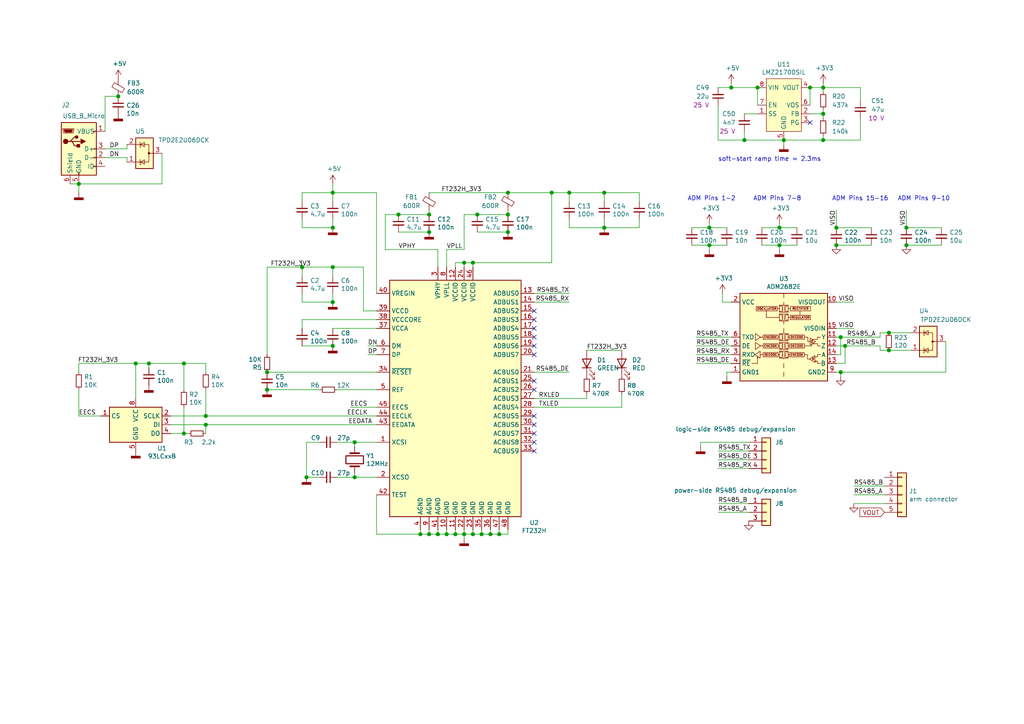
<source format=kicad_sch>
(kicad_sch (version 20200820) (host eeschema "5.99.0-unknown-dd374e12a~102~ubuntu20.04.1")
  (page 3 3)
  (paper "A4")
  (junction (at 22.86 53.34) (diameter 1.016))
  (junction (at 34.29 27.94) (diameter 1.016))
  (junction (at 39.37 105.41) (diameter 1.016))
  (junction (at 43.18 105.41) (diameter 1.016))
  (junction (at 53.34 105.41) (diameter 1.016))
  (junction (at 53.34 125.73) (diameter 1.016))
  (junction (at 59.69 120.65) (diameter 1.016))
  (junction (at 59.69 123.19) (diameter 1.016))
  (junction (at 77.47 107.95) (diameter 1.016))
  (junction (at 77.47 113.03) (diameter 1.016))
  (junction (at 87.63 77.47) (diameter 1.016))
  (junction (at 88.9 138.43) (diameter 1.016))
  (junction (at 96.52 55.88) (diameter 1.016))
  (junction (at 96.52 66.04) (diameter 1.016))
  (junction (at 96.52 77.47) (diameter 1.016))
  (junction (at 96.52 87.63) (diameter 1.016))
  (junction (at 96.52 100.33) (diameter 1.016))
  (junction (at 102.87 128.27) (diameter 1.016))
  (junction (at 102.87 138.43) (diameter 1.016))
  (junction (at 115.57 62.23) (diameter 1.016))
  (junction (at 121.92 154.94) (diameter 1.016))
  (junction (at 124.46 62.23) (diameter 1.016))
  (junction (at 124.46 67.31) (diameter 1.016))
  (junction (at 124.46 154.94) (diameter 1.016))
  (junction (at 127 154.94) (diameter 1.016))
  (junction (at 129.54 154.94) (diameter 1.016))
  (junction (at 132.08 154.94) (diameter 1.016))
  (junction (at 134.62 76.2) (diameter 1.016))
  (junction (at 134.62 154.94) (diameter 1.016))
  (junction (at 137.16 76.2) (diameter 1.016))
  (junction (at 137.16 154.94) (diameter 1.016))
  (junction (at 138.43 62.23) (diameter 1.016))
  (junction (at 139.7 154.94) (diameter 1.016))
  (junction (at 142.24 154.94) (diameter 1.016))
  (junction (at 144.78 154.94) (diameter 1.016))
  (junction (at 147.32 55.88) (diameter 1.016))
  (junction (at 147.32 62.23) (diameter 1.016))
  (junction (at 147.32 67.31) (diameter 1.016))
  (junction (at 160.02 55.88) (diameter 1.016))
  (junction (at 165.1 55.88) (diameter 1.016))
  (junction (at 175.26 55.88) (diameter 1.016))
  (junction (at 175.26 66.04) (diameter 1.016))
  (junction (at 205.74 66.04) (diameter 1.016))
  (junction (at 205.74 71.12) (diameter 1.016))
  (junction (at 212.09 25.4) (diameter 1.016))
  (junction (at 215.9 40.64) (diameter 1.016))
  (junction (at 219.71 25.4) (diameter 1.016))
  (junction (at 226.06 66.04) (diameter 1.016))
  (junction (at 226.06 71.12) (diameter 1.016))
  (junction (at 227.33 40.64) (diameter 1.016))
  (junction (at 234.95 25.4) (diameter 1.016))
  (junction (at 238.76 25.4) (diameter 1.016))
  (junction (at 238.76 33.02) (diameter 1.016))
  (junction (at 238.76 40.64) (diameter 1.016))
  (junction (at 242.57 66.04) (diameter 1.016))
  (junction (at 242.57 71.12) (diameter 1.016))
  (junction (at 243.84 97.79) (diameter 1.016))
  (junction (at 243.84 107.95) (diameter 1.016))
  (junction (at 245.11 100.33) (diameter 1.016))
  (junction (at 257.81 96.52) (diameter 1.016))
  (junction (at 257.81 101.6) (diameter 1.016))
  (junction (at 262.89 66.04) (diameter 1.016))
  (junction (at 262.89 71.12) (diameter 1.016))
  (no_connect (at 154.94 130.81))
  (no_connect (at 154.94 97.79))
  (no_connect (at 154.94 102.87))
  (no_connect (at 154.94 90.17))
  (no_connect (at 154.94 95.25))
  (no_connect (at 154.94 125.73))
  (no_connect (at 154.94 120.65))
  (no_connect (at 154.94 92.71))
  (no_connect (at 154.94 128.27))
  (no_connect (at 154.94 113.03))
  (no_connect (at 154.94 110.49))
  (no_connect (at 154.94 100.33))
  (no_connect (at 154.94 123.19))
  (no_connect (at 234.95 35.56))
  (wire (pts (xy 22.86 53.34) (xy 20.32 53.34)))
  (wire (pts (xy 22.86 53.34) (xy 22.86 55.88)))
  (wire (pts (xy 22.86 53.34) (xy 46.99 53.34)))
  (wire (pts (xy 22.86 105.41) (xy 22.86 107.95)))
  (wire (pts (xy 22.86 105.41) (xy 39.37 105.41)))
  (wire (pts (xy 22.86 113.03) (xy 22.86 120.65)))
  (wire (pts (xy 22.86 120.65) (xy 29.21 120.65)))
  (wire (pts (xy 30.48 38.1) (xy 30.48 27.94)))
  (wire (pts (xy 30.48 43.18) (xy 36.83 43.18)))
  (wire (pts (xy 34.29 27.94) (xy 30.48 27.94)))
  (wire (pts (xy 36.83 43.18) (xy 36.83 41.91)))
  (wire (pts (xy 36.83 45.72) (xy 30.48 45.72)))
  (wire (pts (xy 36.83 46.99) (xy 36.83 45.72)))
  (wire (pts (xy 39.37 105.41) (xy 43.18 105.41)))
  (wire (pts (xy 39.37 115.57) (xy 39.37 105.41)))
  (wire (pts (xy 43.18 105.41) (xy 53.34 105.41)))
  (wire (pts (xy 43.18 106.68) (xy 43.18 105.41)))
  (wire (pts (xy 46.99 44.45) (xy 46.99 53.34)))
  (wire (pts (xy 49.53 120.65) (xy 59.69 120.65)))
  (wire (pts (xy 49.53 125.73) (xy 53.34 125.73)))
  (wire (pts (xy 53.34 105.41) (xy 59.69 105.41)))
  (wire (pts (xy 53.34 113.03) (xy 53.34 105.41)))
  (wire (pts (xy 53.34 118.11) (xy 53.34 125.73)))
  (wire (pts (xy 54.61 125.73) (xy 53.34 125.73)))
  (wire (pts (xy 59.69 107.95) (xy 59.69 105.41)))
  (wire (pts (xy 59.69 113.03) (xy 59.69 120.65)))
  (wire (pts (xy 59.69 120.65) (xy 109.22 120.65)))
  (wire (pts (xy 59.69 123.19) (xy 49.53 123.19)))
  (wire (pts (xy 59.69 125.73) (xy 59.69 123.19)))
  (wire (pts (xy 77.47 77.47) (xy 77.47 102.87)))
  (wire (pts (xy 77.47 107.95) (xy 109.22 107.95)))
  (wire (pts (xy 77.47 113.03) (xy 92.71 113.03)))
  (wire (pts (xy 87.63 58.42) (xy 87.63 55.88)))
  (wire (pts (xy 87.63 66.04) (xy 87.63 63.5)))
  (wire (pts (xy 87.63 66.04) (xy 96.52 66.04)))
  (wire (pts (xy 87.63 77.47) (xy 77.47 77.47)))
  (wire (pts (xy 87.63 80.01) (xy 87.63 77.47)))
  (wire (pts (xy 87.63 87.63) (xy 87.63 85.09)))
  (wire (pts (xy 87.63 87.63) (xy 96.52 87.63)))
  (wire (pts (xy 87.63 92.71) (xy 87.63 95.25)))
  (wire (pts (xy 87.63 100.33) (xy 96.52 100.33)))
  (wire (pts (xy 88.9 128.27) (xy 88.9 138.43)))
  (wire (pts (xy 88.9 128.27) (xy 92.71 128.27)))
  (wire (pts (xy 88.9 138.43) (xy 92.71 138.43)))
  (wire (pts (xy 96.52 53.34) (xy 96.52 55.88)))
  (wire (pts (xy 96.52 55.88) (xy 87.63 55.88)))
  (wire (pts (xy 96.52 58.42) (xy 96.52 55.88)))
  (wire (pts (xy 96.52 66.04) (xy 96.52 63.5)))
  (wire (pts (xy 96.52 77.47) (xy 87.63 77.47)))
  (wire (pts (xy 96.52 77.47) (xy 105.41 77.47)))
  (wire (pts (xy 96.52 80.01) (xy 96.52 77.47)))
  (wire (pts (xy 96.52 87.63) (xy 96.52 85.09)))
  (wire (pts (xy 97.79 128.27) (xy 102.87 128.27)))
  (wire (pts (xy 97.79 138.43) (xy 102.87 138.43)))
  (wire (pts (xy 101.6 118.11) (xy 109.22 118.11)))
  (wire (pts (xy 102.87 128.27) (xy 102.87 129.54)))
  (wire (pts (xy 102.87 137.16) (xy 102.87 138.43)))
  (wire (pts (xy 102.87 138.43) (xy 109.22 138.43)))
  (wire (pts (xy 105.41 77.47) (xy 105.41 90.17)))
  (wire (pts (xy 106.68 100.33) (xy 109.22 100.33)))
  (wire (pts (xy 106.68 102.87) (xy 109.22 102.87)))
  (wire (pts (xy 109.22 55.88) (xy 96.52 55.88)))
  (wire (pts (xy 109.22 55.88) (xy 109.22 85.09)))
  (wire (pts (xy 109.22 90.17) (xy 105.41 90.17)))
  (wire (pts (xy 109.22 92.71) (xy 87.63 92.71)))
  (wire (pts (xy 109.22 95.25) (xy 96.52 95.25)))
  (wire (pts (xy 109.22 113.03) (xy 97.79 113.03)))
  (wire (pts (xy 109.22 123.19) (xy 59.69 123.19)))
  (wire (pts (xy 109.22 128.27) (xy 102.87 128.27)))
  (wire (pts (xy 109.22 143.51) (xy 109.22 154.94)))
  (wire (pts (xy 109.22 154.94) (xy 121.92 154.94)))
  (wire (pts (xy 111.76 62.23) (xy 111.76 72.39)))
  (wire (pts (xy 111.76 72.39) (xy 127 72.39)))
  (wire (pts (xy 115.57 62.23) (xy 111.76 62.23)))
  (wire (pts (xy 115.57 62.23) (xy 124.46 62.23)))
  (wire (pts (xy 115.57 67.31) (xy 124.46 67.31)))
  (wire (pts (xy 121.92 153.67) (xy 121.92 154.94)))
  (wire (pts (xy 121.92 154.94) (xy 124.46 154.94)))
  (wire (pts (xy 124.46 55.88) (xy 147.32 55.88)))
  (wire (pts (xy 124.46 60.96) (xy 124.46 62.23)))
  (wire (pts (xy 124.46 153.67) (xy 124.46 154.94)))
  (wire (pts (xy 124.46 154.94) (xy 127 154.94)))
  (wire (pts (xy 127 72.39) (xy 127 77.47)))
  (wire (pts (xy 127 153.67) (xy 127 154.94)))
  (wire (pts (xy 127 154.94) (xy 129.54 154.94)))
  (wire (pts (xy 129.54 72.39) (xy 134.62 72.39)))
  (wire (pts (xy 129.54 77.47) (xy 129.54 72.39)))
  (wire (pts (xy 129.54 153.67) (xy 129.54 154.94)))
  (wire (pts (xy 129.54 154.94) (xy 132.08 154.94)))
  (wire (pts (xy 132.08 76.2) (xy 132.08 77.47)))
  (wire (pts (xy 132.08 153.67) (xy 132.08 154.94)))
  (wire (pts (xy 132.08 154.94) (xy 134.62 154.94)))
  (wire (pts (xy 134.62 62.23) (xy 138.43 62.23)))
  (wire (pts (xy 134.62 72.39) (xy 134.62 62.23)))
  (wire (pts (xy 134.62 76.2) (xy 132.08 76.2)))
  (wire (pts (xy 134.62 77.47) (xy 134.62 76.2)))
  (wire (pts (xy 134.62 153.67) (xy 134.62 154.94)))
  (wire (pts (xy 134.62 154.94) (xy 137.16 154.94)))
  (wire (pts (xy 134.62 156.21) (xy 134.62 154.94)))
  (wire (pts (xy 137.16 76.2) (xy 134.62 76.2)))
  (wire (pts (xy 137.16 76.2) (xy 160.02 76.2)))
  (wire (pts (xy 137.16 77.47) (xy 137.16 76.2)))
  (wire (pts (xy 137.16 153.67) (xy 137.16 154.94)))
  (wire (pts (xy 137.16 154.94) (xy 139.7 154.94)))
  (wire (pts (xy 138.43 62.23) (xy 147.32 62.23)))
  (wire (pts (xy 138.43 67.31) (xy 147.32 67.31)))
  (wire (pts (xy 139.7 153.67) (xy 139.7 154.94)))
  (wire (pts (xy 139.7 154.94) (xy 142.24 154.94)))
  (wire (pts (xy 142.24 153.67) (xy 142.24 154.94)))
  (wire (pts (xy 142.24 154.94) (xy 144.78 154.94)))
  (wire (pts (xy 144.78 153.67) (xy 144.78 154.94)))
  (wire (pts (xy 144.78 154.94) (xy 147.32 154.94)))
  (wire (pts (xy 147.32 55.88) (xy 160.02 55.88)))
  (wire (pts (xy 147.32 62.23) (xy 147.32 60.96)))
  (wire (pts (xy 147.32 154.94) (xy 147.32 153.67)))
  (wire (pts (xy 154.94 107.95) (xy 165.1 107.95)))
  (wire (pts (xy 154.94 115.57) (xy 170.18 115.57)))
  (wire (pts (xy 154.94 118.11) (xy 180.34 118.11)))
  (wire (pts (xy 160.02 55.88) (xy 165.1 55.88)))
  (wire (pts (xy 160.02 76.2) (xy 160.02 55.88)))
  (wire (pts (xy 165.1 55.88) (xy 175.26 55.88)))
  (wire (pts (xy 165.1 58.42) (xy 165.1 55.88)))
  (wire (pts (xy 165.1 63.5) (xy 165.1 66.04)))
  (wire (pts (xy 165.1 66.04) (xy 175.26 66.04)))
  (wire (pts (xy 165.1 85.09) (xy 154.94 85.09)))
  (wire (pts (xy 165.1 87.63) (xy 154.94 87.63)))
  (wire (pts (xy 170.18 101.6) (xy 180.34 101.6)))
  (wire (pts (xy 170.18 114.3) (xy 170.18 115.57)))
  (wire (pts (xy 175.26 55.88) (xy 175.26 58.42)))
  (wire (pts (xy 175.26 55.88) (xy 185.42 55.88)))
  (wire (pts (xy 175.26 63.5) (xy 175.26 66.04)))
  (wire (pts (xy 175.26 66.04) (xy 185.42 66.04)))
  (wire (pts (xy 180.34 114.3) (xy 180.34 118.11)))
  (wire (pts (xy 185.42 55.88) (xy 185.42 58.42)))
  (wire (pts (xy 185.42 63.5) (xy 185.42 66.04)))
  (wire (pts (xy 200.66 66.04) (xy 205.74 66.04)))
  (wire (pts (xy 201.93 97.79) (xy 212.09 97.79)))
  (wire (pts (xy 201.93 100.33) (xy 212.09 100.33)))
  (wire (pts (xy 201.93 102.87) (xy 212.09 102.87)))
  (wire (pts (xy 201.93 105.41) (xy 212.09 105.41)))
  (wire (pts (xy 203.2 128.27) (xy 203.2 129.54)))
  (wire (pts (xy 205.74 66.04) (xy 205.74 64.77)))
  (wire (pts (xy 205.74 66.04) (xy 210.82 66.04)))
  (wire (pts (xy 205.74 71.12) (xy 200.66 71.12)))
  (wire (pts (xy 205.74 71.12) (xy 210.82 71.12)))
  (wire (pts (xy 205.74 72.39) (xy 205.74 71.12)))
  (wire (pts (xy 208.28 30.48) (xy 208.28 40.64)))
  (wire (pts (xy 208.28 40.64) (xy 215.9 40.64)))
  (wire (pts (xy 208.28 133.35) (xy 217.17 133.35)))
  (wire (pts (xy 208.28 135.89) (xy 217.17 135.89)))
  (wire (pts (xy 208.28 146.05) (xy 217.17 146.05)))
  (wire (pts (xy 209.55 87.63) (xy 209.55 85.09)))
  (wire (pts (xy 210.82 107.95) (xy 210.82 109.22)))
  (wire (pts (xy 212.09 24.13) (xy 212.09 25.4)))
  (wire (pts (xy 212.09 25.4) (xy 208.28 25.4)))
  (wire (pts (xy 212.09 25.4) (xy 219.71 25.4)))
  (wire (pts (xy 212.09 87.63) (xy 209.55 87.63)))
  (wire (pts (xy 212.09 107.95) (xy 210.82 107.95)))
  (wire (pts (xy 215.9 40.64) (xy 215.9 38.1)))
  (wire (pts (xy 217.17 128.27) (xy 203.2 128.27)))
  (wire (pts (xy 217.17 130.81) (xy 208.28 130.81)))
  (wire (pts (xy 217.17 148.59) (xy 208.28 148.59)))
  (wire (pts (xy 219.71 30.48) (xy 219.71 25.4)))
  (wire (pts (xy 219.71 33.02) (xy 215.9 33.02)))
  (wire (pts (xy 220.98 66.04) (xy 226.06 66.04)))
  (wire (pts (xy 226.06 66.04) (xy 226.06 64.77)))
  (wire (pts (xy 226.06 66.04) (xy 231.14 66.04)))
  (wire (pts (xy 226.06 71.12) (xy 220.98 71.12)))
  (wire (pts (xy 226.06 71.12) (xy 231.14 71.12)))
  (wire (pts (xy 226.06 72.39) (xy 226.06 71.12)))
  (wire (pts (xy 227.33 40.64) (xy 215.9 40.64)))
  (wire (pts (xy 227.33 40.64) (xy 238.76 40.64)))
  (wire (pts (xy 227.33 41.91) (xy 227.33 40.64)))
  (wire (pts (xy 234.95 30.48) (xy 234.95 25.4)))
  (wire (pts (xy 234.95 33.02) (xy 238.76 33.02)))
  (wire (pts (xy 238.76 24.13) (xy 238.76 25.4)))
  (wire (pts (xy 238.76 25.4) (xy 234.95 25.4)))
  (wire (pts (xy 238.76 25.4) (xy 249.555 25.4)))
  (wire (pts (xy 238.76 26.67) (xy 238.76 25.4)))
  (wire (pts (xy 238.76 33.02) (xy 238.76 31.75)))
  (wire (pts (xy 238.76 34.29) (xy 238.76 33.02)))
  (wire (pts (xy 238.76 40.64) (xy 238.76 39.37)))
  (wire (pts (xy 238.76 40.64) (xy 249.555 40.64)))
  (wire (pts (xy 242.57 60.96) (xy 242.57 66.04)))
  (wire (pts (xy 242.57 66.04) (xy 252.73 66.04)))
  (wire (pts (xy 242.57 71.12) (xy 252.73 71.12)))
  (wire (pts (xy 242.57 97.79) (xy 243.84 97.79)))
  (wire (pts (xy 242.57 105.41) (xy 245.11 105.41)))
  (wire (pts (xy 242.57 107.95) (xy 243.84 107.95)))
  (wire (pts (xy 243.84 97.79) (xy 243.84 102.87)))
  (wire (pts (xy 243.84 102.87) (xy 242.57 102.87)))
  (wire (pts (xy 243.84 107.95) (xy 274.32 107.95)))
  (wire (pts (xy 243.84 109.22) (xy 243.84 107.95)))
  (wire (pts (xy 245.11 100.33) (xy 242.57 100.33)))
  (wire (pts (xy 245.11 105.41) (xy 245.11 100.33)))
  (wire (pts (xy 247.65 87.63) (xy 242.57 87.63)))
  (wire (pts (xy 247.65 95.25) (xy 242.57 95.25)))
  (wire (pts (xy 247.65 140.97) (xy 256.54 140.97)))
  (wire (pts (xy 249.555 29.21) (xy 249.555 25.4)))
  (wire (pts (xy 249.555 34.29) (xy 249.555 40.64)))
  (wire (pts (xy 255.27 97.79) (xy 243.84 97.79)))
  (wire (pts (xy 255.27 97.79) (xy 255.27 96.52)))
  (wire (pts (xy 255.27 100.33) (xy 245.11 100.33)))
  (wire (pts (xy 255.27 100.33) (xy 255.27 101.6)))
  (wire (pts (xy 255.27 101.6) (xy 257.81 101.6)))
  (wire (pts (xy 256.54 143.51) (xy 247.65 143.51)))
  (wire (pts (xy 256.54 146.05) (xy 247.65 146.05)))
  (wire (pts (xy 257.81 96.52) (xy 255.27 96.52)))
  (wire (pts (xy 257.81 101.6) (xy 264.16 101.6)))
  (wire (pts (xy 262.89 60.96) (xy 262.89 66.04)))
  (wire (pts (xy 262.89 66.04) (xy 273.05 66.04)))
  (wire (pts (xy 262.89 71.12) (xy 273.05 71.12)))
  (wire (pts (xy 264.16 96.52) (xy 257.81 96.52)))
  (wire (pts (xy 274.32 107.95) (xy 274.32 99.06)))
  (text "ADM Pins 1-2" (at 199.39 58.42 0) (effects (font (size 1.27 1.27)) (justify left bottom)))
  (text "soft-start ramp time = 2.3ms" (at 208.28 46.99 0) (effects (font (size 1.27 1.27)) (justify left bottom)))
  (text "ADM Pins 7-8" (at 218.44 58.42 0) (effects (font (size 1.27 1.27)) (justify left bottom)))
  (text "ADM Pins 15-16" (at 241.3 58.42 0) (effects (font (size 1.27 1.27)) (justify left bottom)))
  (text "ADM Pins 9-10" (at 260.35 58.42 0) (effects (font (size 1.27 1.27)) (justify left bottom)))
  (label "EECS" (at 22.86 120.65 0))
  (label "DP" (at 31.75 43.18 0))
  (label "DN" (at 31.75 45.72 0))
  (label "FT232H_3V3" (at 34.29 105.41 180))
  (label "FT232H_3V3" (at 90.17 77.47 180))
  (label "EECS" (at 101.6 118.11 0))
  (label "DN" (at 106.68 100.33 0))
  (label "DP" (at 106.68 102.87 0))
  (label "EECLK" (at 106.68 120.65 180))
  (label "EEDATA" (at 107.95 123.19 180))
  (label "VPHY" (at 115.57 72.39 0))
  (label "VPLL" (at 129.54 72.39 0))
  (label "FT232H_3V3" (at 139.7 55.88 180))
  (label "RXLED" (at 156.21 115.57 0))
  (label "TXLED" (at 156.21 118.11 0))
  (label "RS485_TX" (at 165.1 85.09 180))
  (label "RS485_RX" (at 165.1 87.63 180))
  (label "RS485_DE" (at 165.1 107.95 180))
  (label "FT232H_3V3" (at 170.18 101.6 0))
  (label "RS485_TX" (at 201.93 97.79 0))
  (label "RS485_DE" (at 201.93 100.33 0))
  (label "RS485_RX" (at 201.93 102.87 0))
  (label "RS485_DE" (at 201.93 105.41 0))
  (label "RS485_TX" (at 208.28 130.81 0))
  (label "RS485_DE" (at 208.28 133.35 0))
  (label "RS485_RX" (at 208.28 135.89 0))
  (label "RS485_B" (at 208.28 146.05 0))
  (label "RS485_A" (at 208.28 148.59 0))
  (label "VISO" (at 242.57 60.96 270))
  (label "VISO" (at 247.65 87.63 180))
  (label "VISO" (at 247.65 95.25 180))
  (label "RS485_B" (at 247.65 140.97 0))
  (label "RS485_A" (at 247.65 143.51 0))
  (label "RS485_A" (at 254 97.79 180))
  (label "RS485_B" (at 254 100.33 180))
  (label "VISO" (at 262.89 60.96 270))
  (global_label "VOUT" (shape input) (at 256.54 148.59 180))
  (symbol (lib_id "power:+5V") (at 34.29 22.86 0) (unit 1)
    (property "Reference" "#PWR0106" (effects hide))
    (property "Value" "+5V" (at 34.671 18.4658 0))
  )
  (symbol (lib_id "power:+5V") (at 96.52 53.34 0) (unit 1)
    (property "Reference" "#PWR0114" (effects hide))
    (property "Value" "+5V" (at 96.901 48.9458 0))
  )
  (symbol (lib_id "power:+3.3V") (at 205.74 64.77 0) (unit 1)
    (property "Reference" "#PWR0103" (effects hide))
    (property "Value" "+3.3V" (at 206.121 60.3758 0))
  )
  (symbol (lib_id "power:+3.3V") (at 209.55 85.09 0) (unit 1)
    (property "Reference" "#PWR0130" (effects hide))
    (property "Value" "+3.3V" (at 209.931 80.6958 0))
  )
  (symbol (lib_id "power:+5V") (at 212.09 24.13 0) (unit 1)
    (property "Reference" "#PWR0124" (effects hide))
    (property "Value" "+5V" (at 212.471 19.7358 0))
  )
  (symbol (lib_id "power:+3.3V") (at 226.06 64.77 0) (unit 1)
    (property "Reference" "#PWR0101" (effects hide))
    (property "Value" "+3.3V" (at 226.441 60.3758 0))
  )
  (symbol (lib_id "power:+3.3V") (at 238.76 24.13 0) (unit 1)
    (property "Reference" "#PWR0127" (effects hide))
    (property "Value" "+3.3V" (at 239.141 19.7358 0))
  )
  (symbol (lib_id "power:GNDD") (at 22.86 55.88 0) (unit 1)
    (property "Reference" "#PWR0104" (effects hide))
    (property "Value" "GNDD" (effects hide))
  )
  (symbol (lib_id "power:GNDD") (at 34.29 33.02 0) (unit 1)
    (property "Reference" "#PWR0110" (effects hide))
    (property "Value" "GNDD" (effects hide))
  )
  (symbol (lib_id "power:GNDD") (at 39.37 130.81 0) (unit 1)
    (property "Reference" "#PWR0126" (effects hide))
    (property "Value" "GNDD" (effects hide))
  )
  (symbol (lib_id "power:GNDD") (at 43.18 111.76 0) (unit 1)
    (property "Reference" "#PWR0129" (effects hide))
    (property "Value" "GNDD" (effects hide))
  )
  (symbol (lib_id "power:GNDD") (at 77.47 113.03 0) (unit 1)
    (property "Reference" "#PWR0115" (effects hide))
    (property "Value" "GNDD" (effects hide))
  )
  (symbol (lib_id "power:GNDD") (at 88.9 138.43 0) (unit 1)
    (property "Reference" "#PWR0116" (effects hide))
    (property "Value" "GNDD" (effects hide))
  )
  (symbol (lib_id "power:GNDD") (at 96.52 66.04 0) (unit 1)
    (property "Reference" "#PWR0117" (effects hide))
    (property "Value" "GNDD" (effects hide))
  )
  (symbol (lib_id "power:GNDD") (at 96.52 87.63 0) (unit 1)
    (property "Reference" "#PWR0118" (effects hide))
    (property "Value" "GNDD" (effects hide))
  )
  (symbol (lib_id "power:GNDD") (at 96.52 100.33 0) (unit 1)
    (property "Reference" "#PWR0120" (effects hide))
    (property "Value" "GNDD" (effects hide))
  )
  (symbol (lib_id "power:GNDD") (at 124.46 67.31 0) (unit 1)
    (property "Reference" "#PWR0111" (effects hide))
    (property "Value" "GNDD" (effects hide))
  )
  (symbol (lib_id "power:GNDD") (at 134.62 156.21 0) (unit 1)
    (property "Reference" "#PWR0123" (effects hide))
    (property "Value" "GNDD" (effects hide))
  )
  (symbol (lib_id "power:GNDD") (at 147.32 67.31 0) (unit 1)
    (property "Reference" "#PWR0125" (effects hide))
    (property "Value" "GNDD" (effects hide))
  )
  (symbol (lib_id "power:GNDD") (at 175.26 66.04 0) (unit 1)
    (property "Reference" "#PWR0112" (effects hide))
    (property "Value" "GNDD" (effects hide))
  )
  (symbol (lib_id "power:GNDD") (at 203.2 129.54 0) (unit 1)
    (property "Reference" "#PWR0157" (effects hide))
    (property "Value" "GNDD" (effects hide))
  )
  (symbol (lib_id "power:GNDD") (at 205.74 72.39 0) (unit 1)
    (property "Reference" "#PWR0109" (effects hide))
    (property "Value" "GNDD" (effects hide))
  )
  (symbol (lib_id "power:GNDD") (at 210.82 109.22 0) (unit 1)
    (property "Reference" "#PWR0132" (effects hide))
    (property "Value" "GNDD" (effects hide))
  )
  (symbol (lib_id "power:GNDD") (at 226.06 72.39 0) (unit 1)
    (property "Reference" "#PWR0102" (effects hide))
    (property "Value" "GNDD" (effects hide))
  )
  (symbol (lib_id "power:GNDD") (at 227.33 41.91 0) (unit 1)
    (property "Reference" "#PWR0121" (effects hide))
    (property "Value" "GNDD" (effects hide))
  )
  (symbol (lib_id "power:GND") (at 217.17 151.13 0) (unit 1)
    (property "Reference" "#PWR0113" (effects hide))
    (property "Value" "GND" (effects hide))
  )
  (symbol (lib_id "power:GND") (at 242.57 71.12 0) (unit 1)
    (property "Reference" "#PWR0119" (effects hide))
    (property "Value" "GND" (effects hide))
  )
  (symbol (lib_id "power:GND") (at 243.84 109.22 0) (unit 1)
    (property "Reference" "#PWR0107" (effects hide))
    (property "Value" "GND" (effects hide))
  )
  (symbol (lib_id "power:GND") (at 247.65 146.05 0) (unit 1)
    (property "Reference" "#PWR0105" (effects hide))
    (property "Value" "GND" (effects hide))
  )
  (symbol (lib_id "power:GND") (at 262.89 71.12 0) (unit 1)
    (property "Reference" "#PWR0108" (effects hide))
    (property "Value" "GND" (effects hide))
  )
  (symbol (lib_id "Device:R_Small") (at 22.86 110.49 0) (unit 1)
    (property "Reference" "R1" (at 24.3586 109.3216 0) (effects (justify left)))
    (property "Value" "10K" (at 24.3586 111.633 0) (effects (justify left)))
    (property "Footprint" "Resistor_SMD:R_0603_1608Metric" (effects hide))
    (property "D1N" "Digikey" (effects hide))
    (property "D1PN" "311-10KGRCT-ND" (effects hide))
    (property "MFN" "Yageo" (effects hide))
    (property "MPN" "RC0603JR-0710KL" (effects hide))
  )
  (symbol (lib_id "Device:R_Small") (at 53.34 115.57 0) (unit 1)
    (property "Reference" "R2" (at 54.8386 114.4016 0) (effects (justify left)))
    (property "Value" "10K" (at 54.8386 116.713 0) (effects (justify left)))
    (property "Footprint" "Resistor_SMD:R_0603_1608Metric" (effects hide))
    (property "D1N" "Digikey" (effects hide))
    (property "D1PN" "311-10KGRCT-ND" (effects hide))
    (property "MFN" "Yageo" (effects hide))
    (property "MPN" "RC0603JR-0710KL" (effects hide))
  )
  (symbol (lib_id "Device:R_Small") (at 57.15 125.73 270) (unit 1)
    (property "Reference" "R3" (at 53.34 128.27 90) (effects (justify left)))
    (property "Value" "2.2k" (at 58.42 128.27 90) (effects (justify left)))
    (property "Footprint" "Resistor_SMD:R_0603_1608Metric" (effects hide))
    (property "D1N" "Digikey" (effects hide))
    (property "D1PN" "311-2.20KHRCT-ND" (effects hide))
    (property "MFN" "Yageo" (effects hide))
    (property "MPN" "RC0603FR-072K2L" (effects hide))
    (property "Tolerance" "1%" (effects hide))
  )
  (symbol (lib_id "Device:R_Small") (at 59.69 110.49 0) (unit 1)
    (property "Reference" "R4" (at 61.1886 109.3216 0) (effects (justify left)))
    (property "Value" "10K" (at 61.1886 111.633 0) (effects (justify left)))
    (property "Footprint" "Resistor_SMD:R_0603_1608Metric" (effects hide))
    (property "D1N" "Digikey" (effects hide))
    (property "D1PN" "311-10KGRCT-ND" (effects hide))
    (property "MFN" "Yageo" (effects hide))
    (property "MPN" "RC0603JR-0710KL" (effects hide))
  )
  (symbol (lib_id "Device:R_Small") (at 77.47 105.41 180) (unit 1)
    (property "Reference" "R5" (at 75.9714 106.5784 0) (effects (justify left)))
    (property "Value" "10K" (at 75.9714 104.267 0) (effects (justify left)))
    (property "Footprint" "Resistor_SMD:R_0603_1608Metric" (effects hide))
    (property "D1N" "Digikey" (effects hide))
    (property "D1PN" "311-10KGRCT-ND" (effects hide))
    (property "MFN" "Yageo" (effects hide))
    (property "MPN" "RC0603JR-0710KL" (effects hide))
  )
  (symbol (lib_id "Device:R_Small") (at 95.25 113.03 90) (unit 1)
    (property "Reference" "R6" (at 92.71 111.76 90) (effects (justify left)))
    (property "Value" "12K" (at 101.6 111.76 90) (effects (justify left)))
    (property "Footprint" "Resistor_SMD:R_0603_1608Metric" (effects hide))
    (property "D1N" "Digikey" (effects hide))
    (property "D1PN" "P12KDBCT-ND" (effects hide))
    (property "MFN" "Panasonic" (effects hide))
    (property "MPN" "ERA-3AEB123V" (effects hide))
    (property "Tolerance" "0.1%" (effects hide))
  )
  (symbol (lib_id "Device:R_Small") (at 170.18 111.76 0) (unit 1)
    (property "Reference" "R7" (at 171.6786 111.8616 0) (effects (justify left)))
    (property "Value" "470R" (at 171.6786 114.173 0) (effects (justify left)))
    (property "Footprint" "Resistor_SMD:R_0603_1608Metric" (effects hide))
    (property "D1N" "Digikey" (effects hide))
    (property "D1PN" "311-470HRCT-ND" (effects hide))
    (property "MFN" "Yageo" (effects hide))
    (property "MPN" "RC0603FR-07470RL" (effects hide))
    (property "Tolerance" "1%" (effects hide))
  )
  (symbol (lib_id "Device:R_Small") (at 180.34 111.76 0) (unit 1)
    (property "Reference" "R8" (at 181.8386 111.8616 0) (effects (justify left)))
    (property "Value" "470R" (at 181.8386 114.173 0) (effects (justify left)))
    (property "Footprint" "Resistor_SMD:R_0603_1608Metric" (effects hide))
    (property "D1N" "Digikey" (effects hide))
    (property "D1PN" "311-470HRCT-ND" (effects hide))
    (property "MFN" "Yageo" (effects hide))
    (property "MPN" "RC0603FR-07470RL" (effects hide))
    (property "Tolerance" "1%" (effects hide))
  )
  (symbol (lib_id "Device:R_Small") (at 238.76 29.21 0) (unit 1)
    (property "Reference" "R20" (at 241.3 27.94 0) (effects (justify left)))
    (property "Value" "437k" (at 241.3 30.48 0) (effects (justify left)))
    (property "Footprint" "Resistor_SMD:R_0603_1608Metric" (effects hide))
    (property "D1N" "Digikey" (effects hide))
    (property "D1PN" "311-432KHRCT-ND" (effects hide))
    (property "MFN" "Yageo" (effects hide))
    (property "MPN" "RC0603FR-07432KL" (effects hide))
    (property "Tolerance" "1%" (effects hide))
  )
  (symbol (lib_id "Device:R_Small") (at 238.76 36.83 0) (unit 1)
    (property "Reference" "R22" (at 241.3 35.56 0) (effects (justify left)))
    (property "Value" "140k" (at 241.3 38.1 0) (effects (justify left)))
    (property "Footprint" "Resistor_SMD:R_0603_1608Metric" (effects hide))
    (property "D1N" "Digikey" (effects hide))
    (property "D1PN" "P140KDBCT-ND" (effects hide))
    (property "MFN" "Panasonic" (effects hide))
    (property "MPN" "ERA-3AEB1403V" (effects hide))
    (property "Tolerance" "0.1%" (effects hide))
  )
  (symbol (lib_id "Device:R_Small") (at 257.81 99.06 0) (unit 1)
    (property "Reference" "R23" (at 259.3086 97.917 0) (effects (justify left)))
    (property "Value" "120" (at 259.3086 100.203 0) (effects (justify left)))
    (property "Footprint" "Resistor_SMD:R_0603_1608Metric" (effects hide))
    (property "D1N" "Digikey" (effects hide))
    (property "D1PN" "311-120HRCT-ND" (effects hide))
    (property "MFN" "Yageo" (effects hide))
    (property "MPN" "RC0603FR-07120RL" (effects hide))
    (property "Tolerance" "1%" (effects hide))
  )
  (symbol (lib_id "Device:C_Small") (at 34.29 30.48 0) (unit 1)
    (property "Reference" "C26" (at 36.6268 30.5816 0) (effects (justify left)))
    (property "Value" "10n" (at 36.6268 32.893 0) (effects (justify left)))
    (property "Footprint" "Capacitor_SMD:C_0603_1608Metric" (effects hide))
    (property "D1N" "Digikey" (effects hide))
    (property "D1PN" "311-1572-1-ND" (effects hide))
    (property "MFN" "Yageo" (effects hide))
    (property "MPN" "CC0603KPX7R9BB103" (effects hide))
  )
  (symbol (lib_id "Device:C_Small") (at 43.18 109.22 0) (unit 1)
    (property "Reference" "C1" (at 45.5168 108.0516 0) (effects (justify left)))
    (property "Value" "100n" (at 45.5168 110.363 0) (effects (justify left)))
    (property "Footprint" "Capacitor_SMD:C_0603_1608Metric" (effects hide))
    (property "D1N" "Digikey" (effects hide))
    (property "D1PN" "311-1344-1-ND" (effects hide))
    (property "MFN" "Yageo" (effects hide))
    (property "MPN" "CC0603KRX7R9BB104" (effects hide))
  )
  (symbol (lib_id "Device:C_Small") (at 77.47 110.49 0) (unit 1)
    (property "Reference" "C5" (at 79.8068 109.3216 0) (effects (justify left)))
    (property "Value" "10n" (at 79.8068 111.633 0) (effects (justify left)))
    (property "Footprint" "Capacitor_SMD:C_0603_1608Metric" (effects hide))
    (property "D1N" "Digikey" (effects hide))
    (property "D1PN" "311-1572-1-ND" (effects hide))
    (property "MFN" "Yageo" (effects hide))
    (property "MPN" "CC0603KPX7R9BB103" (effects hide))
  )
  (symbol (lib_id "Device:C_Small") (at 87.63 60.96 0) (unit 1)
    (property "Reference" "C3" (at 89.9668 59.7916 0) (effects (justify left)))
    (property "Value" "4.7u" (at 89.9668 62.103 0) (effects (justify left)))
    (property "Footprint" "Capacitor_SMD:C_0603_1608Metric" (effects hide))
    (property "D1N" "Digikey" (effects hide))
    (property "D1PN" "587-1441-1-ND" (effects hide))
    (property "MFN" "Tayio Yuden" (effects hide))
    (property "MPN" "LMK107BJ475KA-T" (effects hide))
    (property "Maximum Voltage" "10 V" (effects hide))
    (property "Tolerance" "10%" (effects hide))
  )
  (symbol (lib_id "Device:C_Small") (at 87.63 82.55 0) (unit 1)
    (property "Reference" "C2" (at 89.9668 81.3816 0) (effects (justify left)))
    (property "Value" "4.7u" (at 89.9668 83.693 0) (effects (justify left)))
    (property "Footprint" "Capacitor_SMD:C_0603_1608Metric" (effects hide))
    (property "D1N" "Digikey" (effects hide))
    (property "D1PN" "587-1441-1-ND" (effects hide))
    (property "MFN" "Tayio Yuden" (effects hide))
    (property "MPN" "LMK107BJ475KA-T" (effects hide))
    (property "Maximum Voltage" "10 V" (effects hide))
    (property "Tolerance" "10%" (effects hide))
  )
  (symbol (lib_id "Device:C_Small") (at 87.63 97.79 0) (unit 1)
    (property "Reference" "C4" (at 89.9668 96.6216 0) (effects (justify left)))
    (property "Value" "100n" (at 89.9668 98.933 0) (effects (justify left)))
    (property "Footprint" "Capacitor_SMD:C_0603_1608Metric" (effects hide))
    (property "D1N" "Digikey" (effects hide))
    (property "D1PN" "311-1344-1-ND" (effects hide))
    (property "MFN" "Yageo" (effects hide))
    (property "MPN" "CC0603KRX7R9BB104" (effects hide))
  )
  (symbol (lib_id "Device:C_Small") (at 95.25 128.27 270) (unit 1)
    (property "Reference" "C9" (at 90.17 127 90) (effects (justify left)))
    (property "Value" "27p" (at 97.79 127 90) (effects (justify left)))
    (property "Footprint" "Capacitor_SMD:C_0603_1608Metric" (effects hide))
    (property "D1N" "Digikey" (effects hide))
    (property "D1PN" "311-1063-1-ND" (effects hide))
    (property "MFN" "Yageo" (effects hide))
    (property "MPN" "CC0603JRNPO9BN270" (effects hide))
  )
  (symbol (lib_id "Device:C_Small") (at 95.25 138.43 270) (unit 1)
    (property "Reference" "C10" (at 90.17 137.16 90) (effects (justify left)))
    (property "Value" "27p" (at 97.79 137.16 90) (effects (justify left)))
    (property "Footprint" "Capacitor_SMD:C_0603_1608Metric" (effects hide))
    (property "D1N" "Digikey" (effects hide))
    (property "D1PN" "311-1063-1-ND" (effects hide))
    (property "MFN" "Yageo" (effects hide))
    (property "MPN" "CC0603JRNPO9BN270" (effects hide))
  )
  (symbol (lib_id "Device:C_Small") (at 96.52 60.96 0) (unit 1)
    (property "Reference" "C7" (at 98.8568 59.7916 0) (effects (justify left)))
    (property "Value" "100n" (at 98.8568 62.103 0) (effects (justify left)))
    (property "Footprint" "Capacitor_SMD:C_0603_1608Metric" (effects hide))
    (property "D1N" "Digikey" (effects hide))
    (property "D1PN" "311-1344-1-ND" (effects hide))
    (property "MFN" "Yageo" (effects hide))
    (property "MPN" "CC0603KRX7R9BB104" (effects hide))
  )
  (symbol (lib_id "Device:C_Small") (at 96.52 82.55 0) (unit 1)
    (property "Reference" "C6" (at 98.8568 81.3816 0) (effects (justify left)))
    (property "Value" "100n" (at 98.8568 83.693 0) (effects (justify left)))
    (property "Footprint" "Capacitor_SMD:C_0603_1608Metric" (effects hide))
    (property "D1N" "Digikey" (effects hide))
    (property "D1PN" "311-1344-1-ND" (effects hide))
    (property "MFN" "Yageo" (effects hide))
    (property "MPN" "CC0603KRX7R9BB104" (effects hide))
  )
  (symbol (lib_id "Device:C_Small") (at 96.52 97.79 0) (unit 1)
    (property "Reference" "C8" (at 98.8568 96.6216 0) (effects (justify left)))
    (property "Value" "100n" (at 98.8568 98.933 0) (effects (justify left)))
    (property "Footprint" "Capacitor_SMD:C_0603_1608Metric" (effects hide))
    (property "D1N" "Digikey" (effects hide))
    (property "D1PN" "311-1344-1-ND" (effects hide))
    (property "MFN" "Yageo" (effects hide))
    (property "MPN" "CC0603KRX7R9BB104" (effects hide))
  )
  (symbol (lib_id "Device:C_Small") (at 115.57 64.77 0) (unit 1)
    (property "Reference" "C11" (at 117.9068 63.6016 0) (effects (justify left)))
    (property "Value" "4.7u" (at 117.9068 65.913 0) (effects (justify left)))
    (property "Footprint" "Capacitor_SMD:C_0603_1608Metric" (effects hide))
    (property "D1N" "Digikey" (effects hide))
    (property "D1PN" "587-1441-1-ND" (effects hide))
    (property "MFN" "Tayio Yuden" (effects hide))
    (property "MPN" "LMK107BJ475KA-T" (effects hide))
    (property "Maximum Voltage" "10 V" (effects hide))
    (property "Tolerance" "10%" (effects hide))
  )
  (symbol (lib_id "Device:C_Small") (at 124.46 64.77 0) (unit 1)
    (property "Reference" "C12" (at 126.7968 63.6016 0) (effects (justify left)))
    (property "Value" "100n" (at 126.7968 65.913 0) (effects (justify left)))
    (property "Footprint" "Capacitor_SMD:C_0603_1608Metric" (effects hide))
    (property "D1N" "Digikey" (effects hide))
    (property "D1PN" "311-1344-1-ND" (effects hide))
    (property "MFN" "Yageo" (effects hide))
    (property "MPN" "CC0603KRX7R9BB104" (effects hide))
  )
  (symbol (lib_id "Device:C_Small") (at 138.43 64.77 0) (unit 1)
    (property "Reference" "C15" (at 140.7668 63.6016 0) (effects (justify left)))
    (property "Value" "4.7u" (at 140.7668 65.913 0) (effects (justify left)))
    (property "Footprint" "Capacitor_SMD:C_0603_1608Metric" (effects hide))
    (property "D1N" "Digikey" (effects hide))
    (property "D1PN" "587-1441-1-ND" (effects hide))
    (property "MFN" "Tayio Yuden" (effects hide))
    (property "MPN" "LMK107BJ475KA-T" (effects hide))
    (property "Maximum Voltage" "10 V" (effects hide))
    (property "Tolerance" "10%" (effects hide))
  )
  (symbol (lib_id "Device:C_Small") (at 147.32 64.77 0) (unit 1)
    (property "Reference" "C17" (at 149.6568 63.6016 0) (effects (justify left)))
    (property "Value" "100n" (at 149.6568 65.913 0) (effects (justify left)))
    (property "Footprint" "Capacitor_SMD:C_0603_1608Metric" (effects hide))
    (property "D1N" "Digikey" (effects hide))
    (property "D1PN" "311-1344-1-ND" (effects hide))
    (property "MFN" "Yageo" (effects hide))
    (property "MPN" "CC0603KRX7R9BB104" (effects hide))
  )
  (symbol (lib_id "Device:C_Small") (at 165.1 60.96 0) (unit 1)
    (property "Reference" "C13" (at 167.4368 59.7916 0) (effects (justify left)))
    (property "Value" "100n" (at 167.4368 62.103 0) (effects (justify left)))
    (property "Footprint" "Capacitor_SMD:C_0603_1608Metric" (effects hide))
    (property "D1N" "Digikey" (effects hide))
    (property "D1PN" "311-1344-1-ND" (effects hide))
    (property "MFN" "Yageo" (effects hide))
    (property "MPN" "CC0603KRX7R9BB104" (effects hide))
  )
  (symbol (lib_id "Device:C_Small") (at 175.26 60.96 0) (unit 1)
    (property "Reference" "C14" (at 177.5968 59.7916 0) (effects (justify left)))
    (property "Value" "100n" (at 177.5968 62.103 0) (effects (justify left)))
    (property "Footprint" "Capacitor_SMD:C_0603_1608Metric" (effects hide))
    (property "D1N" "Digikey" (effects hide))
    (property "D1PN" "311-1344-1-ND" (effects hide))
    (property "MFN" "Yageo" (effects hide))
    (property "MPN" "CC0603KRX7R9BB104" (effects hide))
  )
  (symbol (lib_id "Device:C_Small") (at 185.42 60.96 0) (unit 1)
    (property "Reference" "C16" (at 187.7568 59.7916 0) (effects (justify left)))
    (property "Value" "100n" (at 187.7568 62.103 0) (effects (justify left)))
    (property "Footprint" "Capacitor_SMD:C_0603_1608Metric" (effects hide))
    (property "D1N" "Digikey" (effects hide))
    (property "D1PN" "311-1344-1-ND" (effects hide))
    (property "MFN" "Yageo" (effects hide))
    (property "MPN" "CC0603KRX7R9BB104" (effects hide))
  )
  (symbol (lib_id "Device:C_Small") (at 200.66 68.58 0) (unit 1)
    (property "Reference" "C18" (at 202.9968 67.4116 0) (effects (justify left)))
    (property "Value" "100n" (at 202.9968 69.723 0) (effects (justify left)))
    (property "Footprint" "Capacitor_SMD:C_0603_1608Metric" (effects hide))
    (property "D1N" "Digikey" (effects hide))
    (property "D1PN" "311-1344-1-ND" (effects hide))
    (property "MFN" "Yageo" (effects hide))
    (property "MPN" "CC0603KRX7R9BB104" (effects hide))
  )
  (symbol (lib_id "Device:C_Small") (at 208.28 27.94 180) (unit 1)
    (property "Reference" "C49" (at 205.74 25.4 0) (effects (justify left)))
    (property "Value" "22u" (at 205.74 27.94 0) (effects (justify left)))
    (property "Footprint" "Capacitor_SMD:C_1206_3216Metric" (effects hide))
    (property "D1N" "Digikey" (effects hide))
    (property "D1PN" "1276-3047-1-ND" (effects hide))
    (property "MFN" "Samsung" (effects hide))
    (property "MPN" "CL31A226KAHNNNE" (effects hide))
    (property "Maximum Voltage" "25 V" (at 205.74 30.48 0) (effects (justify left)))
    (property "Tolerance" "10%" (effects hide))
  )
  (symbol (lib_id "Device:C_Small") (at 210.82 68.58 0) (unit 1)
    (property "Reference" "C19" (at 213.1568 67.4116 0) (effects (justify left)))
    (property "Value" "10n" (at 213.1568 69.723 0) (effects (justify left)))
    (property "Footprint" "Capacitor_SMD:C_0603_1608Metric" (effects hide))
    (property "D1N" "Digikey" (effects hide))
    (property "D1PN" "311-1572-1-ND" (effects hide))
    (property "MFN" "Yageo" (effects hide))
    (property "MPN" "CC0603KPX7R9BB103" (effects hide))
  )
  (symbol (lib_id "Device:C_Small") (at 215.9 35.56 180) (unit 1)
    (property "Reference" "C50" (at 213.36 33.02 0) (effects (justify left)))
    (property "Value" "4n7" (at 213.36 35.56 0) (effects (justify left)))
    (property "Footprint" "Capacitor_SMD:C_0603_1608Metric" (effects hide))
    (property "D1N" "Digikey" (effects hide))
    (property "D1PN" "311-3366-1-ND" (effects hide))
    (property "MFN" "Yageo" (effects hide))
    (property "MPN" "CC0603KRX7R0BB472" (effects hide))
    (property "Maximum Voltage" "25 V" (at 213.36 38.1 0) (effects (justify left)))
    (property "Tolerance" "10%" (effects hide))
  )
  (symbol (lib_id "Device:C_Small") (at 220.98 68.58 0) (unit 1)
    (property "Reference" "C20" (at 223.3168 67.4116 0) (effects (justify left)))
    (property "Value" "100n" (at 223.3168 69.723 0) (effects (justify left)))
    (property "Footprint" "Capacitor_SMD:C_0603_1608Metric" (effects hide))
    (property "D1N" "Digikey" (effects hide))
    (property "D1PN" "311-1344-1-ND" (effects hide))
    (property "MFN" "Yageo" (effects hide))
    (property "MPN" "CC0603KRX7R9BB104" (effects hide))
  )
  (symbol (lib_id "Device:C_Small") (at 231.14 68.58 0) (unit 1)
    (property "Reference" "C21" (at 233.4768 67.4116 0) (effects (justify left)))
    (property "Value" "10u" (at 233.4768 69.723 0) (effects (justify left)))
    (property "Footprint" "Capacitor_SMD:C_0603_1608Metric" (effects hide))
    (property "D1N" "Digikey" (effects hide))
    (property "D1PN" "490-14372-1-ND" (effects hide))
    (property "MFN" "Murata" (effects hide))
    (property "MPN" "GRM188R61A106KE69J" (effects hide))
  )
  (symbol (lib_id "Device:C_Small") (at 242.57 68.58 0) (unit 1)
    (property "Reference" "C22" (at 244.9068 67.4116 0) (effects (justify left)))
    (property "Value" "100n" (at 244.9068 69.723 0) (effects (justify left)))
    (property "Footprint" "Capacitor_SMD:C_0603_1608Metric" (effects hide))
    (property "D1N" "Digikey" (effects hide))
    (property "D1PN" "311-1344-1-ND" (effects hide))
    (property "MFN" "Yageo" (effects hide))
    (property "MPN" "CC0603KRX7R9BB104" (effects hide))
  )
  (symbol (lib_id "Device:C_Small") (at 249.555 31.75 0) (mirror y) (unit 1)
    (property "Reference" "C51" (at 256.54 29.21 0) (effects (justify left)))
    (property "Value" "47u" (at 256.54 31.75 0) (effects (justify left)))
    (property "Footprint" "Capacitor_SMD:C_1206_3216Metric" (effects hide))
    (property "D1N" "Digikey" (effects hide))
    (property "D1PN" "490-5528-1-ND" (effects hide))
    (property "MFN" "Murata" (effects hide))
    (property "MPN" "GRM31CR61A476ME15L" (effects hide))
    (property "Maximum Voltage" "10 V" (at 256.54 34.29 0) (effects (justify left)))
    (property "Tolerance" "10%" (effects hide))
  )
  (symbol (lib_id "Device:C_Small") (at 252.73 68.58 0) (unit 1)
    (property "Reference" "C23" (at 255.0668 67.4116 0) (effects (justify left)))
    (property "Value" "10n" (at 255.0668 69.723 0) (effects (justify left)))
    (property "Footprint" "Capacitor_SMD:C_0603_1608Metric" (effects hide))
    (property "D1N" "Digikey" (effects hide))
    (property "D1PN" "311-1572-1-ND" (effects hide))
    (property "MFN" "Yageo" (effects hide))
    (property "MPN" "CC0603KPX7R9BB103" (effects hide))
  )
  (symbol (lib_id "Device:C_Small") (at 262.89 68.58 0) (unit 1)
    (property "Reference" "C24" (at 265.2268 67.4116 0) (effects (justify left)))
    (property "Value" "100n" (at 265.2268 69.723 0) (effects (justify left)))
    (property "Footprint" "Capacitor_SMD:C_0603_1608Metric" (effects hide))
    (property "D1N" "Digikey" (effects hide))
    (property "D1PN" "311-1344-1-ND" (effects hide))
    (property "MFN" "Yageo" (effects hide))
    (property "MPN" "CC0603KRX7R9BB104" (effects hide))
  )
  (symbol (lib_id "Device:C_Small") (at 273.05 68.58 0) (unit 1)
    (property "Reference" "C25" (at 275.3868 67.4116 0) (effects (justify left)))
    (property "Value" "10u" (at 275.3868 69.723 0) (effects (justify left)))
    (property "Footprint" "Capacitor_SMD:C_0603_1608Metric" (effects hide))
    (property "D1N" "Digikey" (effects hide))
    (property "D1PN" "490-14372-1-ND" (effects hide))
    (property "MFN" "Murata" (effects hide))
    (property "MPN" "GRM188R61A106KE69J" (effects hide))
  )
  (symbol (lib_id "Device:Ferrite_Bead_Small") (at 34.29 25.4 180) (unit 1)
    (property "Reference" "FB3" (at 40.64 24.13 0) (effects (justify left)))
    (property "Value" "600R" (at 41.91 26.67 0) (effects (justify left)))
    (property "Footprint" "Resistor_SMD:R_0603_1608Metric" (effects hide))
    (property "D1N" "Digikey" (effects hide))
    (property "D1PN" "732-1593-1-ND" (effects hide))
    (property "MFN" "Wurth" (effects hide))
    (property "MPN" "742792651" (effects hide))
  )
  (symbol (lib_id "Device:Ferrite_Bead_Small") (at 124.46 58.42 180) (unit 1)
    (property "Reference" "FB1" (at 119.38 57.15 0))
    (property "Value" "600R" (at 119.38 59.69 0))
    (property "Footprint" "Resistor_SMD:R_0603_1608Metric" (effects hide))
    (property "D1N" "Digikey" (effects hide))
    (property "D1PN" "732-1593-1-ND" (effects hide))
    (property "MFN" "Wurth" (effects hide))
    (property "MPN" "742792651" (effects hide))
  )
  (symbol (lib_id "Device:Ferrite_Bead_Small") (at 147.32 58.42 0) (unit 1)
    (property "Reference" "FB2" (at 142.24 57.15 0))
    (property "Value" "600R" (at 142.24 59.69 0))
    (property "Footprint" "Resistor_SMD:R_0603_1608Metric" (effects hide))
    (property "D1N" "Digikey" (effects hide))
    (property "D1PN" "732-1593-1-ND" (effects hide))
    (property "MFN" "Wurth" (effects hide))
    (property "MPN" "742792651" (effects hide))
  )
  (symbol (lib_id "Device:LED") (at 170.18 105.41 90) (unit 1)
    (property "Reference" "D1" (at 173.1518 104.4194 90) (effects (justify right)))
    (property "Value" "GREEN" (at 173.1518 106.7308 90) (effects (justify right)))
    (property "Footprint" "LED_SMD:LED_0603_1608Metric" (effects hide))
    (property "D1N" "Digikey" (effects hide))
    (property "D1PN" "732-4980-1-ND" (effects hide))
    (property "MFN" "Wurth" (effects hide))
    (property "MPN" "150060VS75000" (effects hide))
  )
  (symbol (lib_id "Device:LED") (at 180.34 105.41 90) (unit 1)
    (property "Reference" "D2" (at 183.3118 104.4194 90) (effects (justify right)))
    (property "Value" "RED" (at 183.3118 106.7308 90) (effects (justify right)))
    (property "Footprint" "LED_SMD:LED_0603_1608Metric" (effects hide))
    (property "D1N" "Digikey" (effects hide))
    (property "D1PN" "732-4978-1-ND" (effects hide))
    (property "MFN" "Wurth" (effects hide))
    (property "MPN" "150060RS75000" (effects hide))
  )
  (symbol (lib_id "Device:Crystal") (at 102.87 133.35 90) (unit 1)
    (property "Reference" "Y1" (at 106.1974 132.1816 90) (effects (justify right)))
    (property "Value" "12MHz" (at 106.1974 134.493 90) (effects (justify right)))
    (property "Footprint" "Crystal:Crystal_SMD_5032-2Pin_5.0x3.2mm" (effects hide))
    (property "D1N" "Digikey" (effects hide))
    (property "D1PN" "1253-1375-1-ND" (effects hide))
    (property "MFN" "Kyocera" (effects hide))
    (property "MPN" "CX5032GB12000H0HPQZ1" (effects hide))
  )
  (symbol (lib_id "Connector_Generic:Conn_01x03") (at 222.25 148.59 0) (unit 1)
    (property "Reference" "J8" (at 226.06 146.05 0))
    (property "Value" "power-side RS485 debug/expansion" (at 213.36 142.24 0))
    (property "Footprint" "Connector_PinHeader_2.54mm:PinHeader_1x03_P2.54mm_Vertical" (effects hide))
    (property "D1N" "DNP" (effects hide))
    (property "D1PN" "DNP" (effects hide))
    (property "MFN" "DNP" (effects hide))
    (property "MPN" "DNP" (effects hide))
  )
  (symbol (lib_id "Connector_Generic:Conn_01x04") (at 222.25 130.81 0) (unit 1)
    (property "Reference" "J6" (at 226.06 128.27 0))
    (property "Value" "logic-side RS485 debug/expansion" (at 213.36 124.46 0))
    (property "Footprint" "Connector_PinHeader_2.54mm:PinHeader_1x04_P2.54mm_Vertical" (effects hide))
    (property "D1N" "DNP" (effects hide))
    (property "D1PN" "DNP" (effects hide))
    (property "MFN" "DNP" (effects hide))
    (property "MPN" "DNP" (effects hide))
  )
  (symbol (lib_id "Connector_Generic:Conn_01x05") (at 261.62 143.51 0) (unit 1)
    (property "Reference" "J1" (at 263.652 142.4432 0) (effects (justify left)))
    (property "Value" "arm connector" (at 263.652 144.7546 0) (effects (justify left)))
    (property "Footprint" "BLDC:molex-436500511" (effects hide))
    (property "D1N" "Digikey" (effects hide))
    (property "D1PN" "WM1888CT-ND" (effects hide))
    (property "MFN" "Molex" (effects hide))
    (property "MPN" "436500510" (effects hide))
  )
  (symbol (lib_id "Power_Protection:SP0502BAJT") (at 41.91 44.45 90) (unit 1)
    (property "Reference" "U5" (at 40.64 38.1 90))
    (property "Value" "TPD2E2U06DCK" (at 53.34 40.64 90))
    (property "Footprint" "Package_TO_SOT_SMD:SOT-323_SC-70" (effects hide))
    (property "D1N" "Digikey" (effects hide))
    (property "D1PN" "296-TPD2E2U06DCKRDKR-ND" (effects hide))
    (property "MFN" "TI" (effects hide))
    (property "MPN" "TPD2E2U06DCKR" (effects hide))
  )
  (symbol (lib_id "Power_Protection:SP0502BAJT") (at 269.24 99.06 90) (unit 1)
    (property "Reference" "U4" (at 267.97 90.17 90))
    (property "Value" "TPD2E2U06DCK" (at 274.32 92.71 90))
    (property "Footprint" "Package_TO_SOT_SMD:SOT-323_SC-70" (effects hide))
    (property "D1N" "Digikey" (effects hide))
    (property "D1PN" "296-TPD2E2U06DCKRDKR-ND" (effects hide))
    (property "MFN" "TI" (effects hide))
    (property "MPN" "TPD2E2U06DCKR" (effects hide))
  )
  (symbol (lib_id "Connector:USB_B_Micro") (at 22.86 43.18 0) (unit 1)
    (property "Reference" "J2" (at 19.05 30.48 0))
    (property "Value" "USB_B_Micro" (at 24.3078 33.6296 0))
    (property "Footprint" "Connector_USB:USB_Micro-B_Wuerth_629105150521_CircularHoles" (effects hide))
    (property "D1N" "Digikey" (effects hide))
    (property "D1PN" "732-5960-6-ND" (effects hide))
    (property "MFN" "Wurth" (effects hide))
    (property "MPN" "629105150521" (effects hide))
  )
  (symbol (lib_id "BLDC:LMZ21700SILT") (at 227.33 30.48 0) (unit 1)
    (property "Reference" "U11" (at 227.33 18.669 0))
    (property "Value" "LMZ21700SIL" (at 227.33 20.9804 0))
    (property "Footprint" "BLDC:SIL0008E" (effects hide))
    (property "D1N" "Digikey" (effects hide))
    (property "D1PN" "296-44325-1-ND" (effects hide))
    (property "MFN" "TI" (effects hide))
    (property "MPN" "LMZ21700SILR" (effects hide))
  )
  (symbol (lib_id "Memory_EEPROM:93LCxxB") (at 39.37 123.19 0) (unit 1)
    (property "Reference" "U1" (at 46.99 130.0226 0))
    (property "Value" "93LCxxB" (at 46.99 132.334 0))
    (property "Footprint" "Package_SO:SOIC-8_3.9x4.9mm_P1.27mm" (effects hide))
    (property "D1N" "Digikey" (effects hide))
    (property "D1PN" "93LC56B/SN-ND" (effects hide))
    (property "MFN" "Microchip" (effects hide))
    (property "MPN" "93LC56B/SN" (effects hide))
  )
  (symbol (lib_id "Interface_UART:ADM2682E") (at 227.33 97.79 0) (unit 1)
    (property "Reference" "U3" (at 227.33 80.8482 0))
    (property "Value" "ADM2682E" (at 227.33 83.1596 0))
    (property "Footprint" "Package_SO:SOIC-16W_7.5x12.8mm_P1.27mm" (effects hide))
    (property "D1N" "Digikey" (effects hide))
    (property "D1PN" "ADM2682EBRIZ-ND" (effects hide))
    (property "MFN" "Analog Devices" (effects hide))
    (property "MPN" "ADM2682EBRIZ" (effects hide))
  )
  (symbol (lib_id "Interface_USB:FT232H") (at 132.08 115.57 0) (unit 1)
    (property "Reference" "U2" (at 154.94 151.6126 0))
    (property "Value" "FT232H" (at 154.94 153.924 0))
    (property "Footprint" "Package_QFP:LQFP-48_7x7mm_P0.5mm" (effects hide))
    (property "D1N" "Digikey" (effects hide))
    (property "D1PN" "768-1101-1-ND" (effects hide))
    (property "MFN" "FTDI" (effects hide))
    (property "MPN" "FT232HL-REEL" (effects hide))
  )
)
</source>
